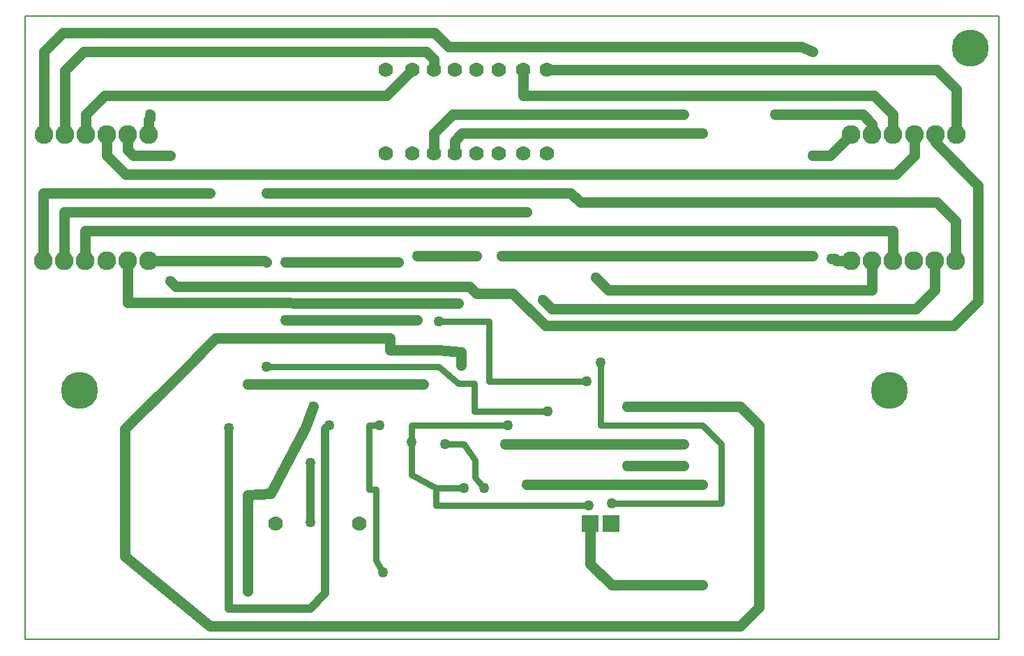
<source format=gbr>
G04 PROTEUS GERBER X2 FILE*
%TF.GenerationSoftware,Labcenter,Proteus,8.9-SP0-Build27865*%
%TF.CreationDate,2021-05-25T18:16:11+00:00*%
%TF.FileFunction,Copper,L1,Top*%
%TF.FilePolarity,Positive*%
%TF.Part,Single*%
%TF.SameCoordinates,{8c929804-3c0d-4c6f-a7b4-99d41835b1df}*%
%FSLAX45Y45*%
%MOMM*%
G01*
%TA.AperFunction,Conductor*%
%ADD10C,1.270000*%
%ADD11C,0.762000*%
%ADD12C,1.016000*%
%TA.AperFunction,ViaPad*%
%ADD13C,1.270000*%
%TA.AperFunction,ComponentPad*%
%ADD14C,1.778000*%
%ADD15R,2.032000X2.032000*%
%TA.AperFunction,ComponentPad*%
%ADD16C,2.286000*%
%TA.AperFunction,OtherPad,Unknown*%
%ADD17C,4.500000*%
%TA.AperFunction,Profile*%
%ADD18C,0.203200*%
%TD.AperFunction*%
D10*
X-3020144Y+1510104D02*
X-5153744Y+1510104D01*
X-3020144Y+5777304D02*
X-5941444Y+5777304D01*
X-6030344Y+5688404D01*
X-6030344Y+5533104D01*
X-3248744Y+2005404D02*
X-5420444Y+2005404D01*
X-3248744Y+6005904D02*
X-6051744Y+6005904D01*
X-6280344Y+5777304D01*
X-6280344Y+5533104D01*
X-5763344Y+4291404D02*
X-6487244Y+4291404D01*
X-8087444Y+4215204D02*
X-6715844Y+4215204D01*
X-8544644Y+2729304D02*
X-6411044Y+2729304D01*
X-1686644Y+5510604D02*
X-1468844Y+5510604D01*
X-1215344Y+5764104D01*
X-1686644Y+4291404D02*
X-5458544Y+4291404D01*
X-4963244Y+4596204D02*
X-10510344Y+4596204D01*
X-10510344Y+4234104D01*
X-4963244Y+4596204D02*
X-710344Y+4596204D01*
X-710344Y+4234104D01*
X-4963244Y+3758004D02*
X-4848944Y+3643704D01*
X-428944Y+3643704D01*
X-200344Y+3872304D01*
X-200344Y+4234104D01*
X-3934544Y+4939104D02*
X-173944Y+4939104D01*
X+54656Y+4710504D01*
X+54656Y+4234104D01*
X-4506044Y+4939104D02*
X-4620344Y+5053404D01*
X-8316044Y+5053404D01*
X-8316044Y+4215204D02*
X-8334944Y+4234104D01*
X-9745344Y+4234104D01*
X-4506044Y+4939104D02*
X-3934544Y+4939104D01*
X-6334844Y+5282004D02*
X-10021744Y+5282004D01*
X-10250344Y+5510604D01*
X-10250344Y+5764104D01*
X-6030044Y+5282004D02*
X-6334844Y+5282004D01*
X-6030044Y+5282004D02*
X-678944Y+5282004D01*
X-450344Y+5510604D01*
X-450344Y+5764104D01*
X-4315544Y+4024704D02*
X-4163144Y+3872304D01*
X-965344Y+3872304D01*
X-965344Y+4234104D01*
X-6030044Y+4824804D02*
X-5153744Y+4824804D01*
X-6030044Y+4824804D02*
X-10765344Y+4824804D01*
X-10765344Y+4234104D01*
X-9725744Y+6005904D02*
X-9725744Y+5957004D01*
X-9740344Y+5942404D01*
X-9740344Y+5764104D01*
X-10505344Y+5764104D02*
X-10505344Y+6005904D01*
X-10276744Y+6234504D01*
X-6854944Y+6234504D01*
X-6540344Y+6549104D01*
X-10760344Y+5764104D02*
X-10760344Y+6539304D01*
X-10531744Y+6767904D01*
X-6369244Y+6767904D01*
X-6280344Y+6679004D01*
X-6280344Y+6549104D01*
X-9001844Y+5053404D02*
X-11020344Y+5053404D01*
X-11020344Y+4234104D01*
X+59656Y+5764104D02*
X+59656Y+6310704D01*
X-178744Y+6549104D01*
X-4910344Y+6549104D01*
X-705344Y+5764104D02*
X-705344Y+6005904D01*
X-933944Y+6234504D01*
X-5200344Y+6234504D01*
X-5200344Y+6549104D01*
X-2143844Y+6005904D02*
X-1074644Y+6005904D01*
X-960344Y+5891604D01*
X-960344Y+5764104D01*
D11*
X-6220544Y+3491304D02*
X-5610344Y+3489404D01*
X-5610344Y+2769404D01*
X-4429844Y+2767404D01*
D10*
X-10030544Y+2189404D02*
X-10030427Y+2189521D01*
X-10030544Y+639404D01*
X-9001844Y-204396D01*
X-2562944Y-204396D01*
X-2334344Y+24204D01*
X-2334344Y+2234004D01*
X-2562944Y+2462604D01*
X-3934544Y+2462604D01*
X-9480344Y+5509404D02*
X-9931844Y+5510604D01*
X-9995344Y+5574104D01*
X-9995344Y+5764104D01*
X-5980344Y+3709404D02*
X-10000344Y+3719404D01*
X-10000344Y+4234104D01*
X-5953844Y+2957904D02*
X-5953844Y+3123004D01*
X-6220344Y+3149404D01*
X-6810353Y+3149404D01*
X-6810346Y+3289404D01*
X-8930544Y+3289404D01*
X-9350573Y+2859850D01*
X-10030427Y+2189521D01*
D11*
X-4125044Y+1281504D02*
X-2791544Y+1281504D01*
X-2791544Y+2005404D01*
X-3020144Y+2234004D01*
X-4260344Y+2229404D01*
X-4260344Y+2996004D01*
D12*
X-7554044Y+2234004D02*
X-7600344Y+2187704D01*
X-7600344Y+187454D01*
X-7782644Y+5154D01*
X-8773244Y+5154D01*
X-8773244Y+2195904D01*
X-7782644Y+1052904D02*
X-7782644Y+1776804D01*
D10*
X-5664844Y+3834204D02*
X-5763344Y+3834204D01*
X-5848544Y+3919404D01*
X-9413144Y+3919404D01*
X-9480344Y+3986604D01*
X-5664844Y+3834204D02*
X-5319565Y+3834204D01*
X-4929080Y+3443719D01*
X+26158Y+3443719D01*
X+57287Y+3474848D01*
X+324656Y+3742217D01*
X+324656Y+5145899D01*
X-195344Y+5665899D01*
X-195344Y+5764104D01*
D11*
X-8316044Y+2939404D02*
X-6219565Y+2939404D01*
X-5980344Y+2739404D01*
X-5790344Y+2739404D01*
X-5790344Y+2399404D01*
X-4900344Y+2399404D01*
X-4890344Y+2399404D01*
X-5668988Y+1467263D02*
X-5730344Y+1539404D01*
X-5780344Y+1599404D01*
X-5780344Y+1809404D01*
X-5915744Y+2005404D01*
X-6144344Y+2005404D01*
D10*
X-8087444Y+3509404D02*
X-6480344Y+3509404D01*
D11*
X-6900344Y+443304D02*
X-6982585Y+588131D01*
X-6980344Y+1449404D01*
X-7070344Y+1449404D01*
X-7070344Y+2234004D01*
X-6944444Y+2234004D01*
D10*
X-7744544Y+2462604D02*
X-7840344Y+2209404D01*
X-8260344Y+1399404D01*
X-8544644Y+1389404D01*
X-8544644Y+214704D01*
X-3248744Y+1738704D02*
X-3934544Y+1738704D01*
X-4380344Y+1037604D02*
X-4380344Y+546204D01*
X-4125044Y+290904D01*
X-3020144Y+290904D01*
D11*
X-6550344Y+2029404D02*
X-6550344Y+2228868D01*
X-6545208Y+2234004D01*
X-5382344Y+2234004D01*
X-6258644Y+1472004D02*
X-6258644Y+1260790D01*
X-6257258Y+1259404D01*
X-5915744Y+1472004D02*
X-6258644Y+1472004D01*
X-6550344Y+1629404D01*
X-6550344Y+2029404D01*
X-4400344Y+1259404D02*
X-6257258Y+1259404D01*
D10*
X-1686644Y+6770000D02*
X-1818804Y+6826244D01*
X-6099740Y+6826244D01*
X-6270000Y+6996504D01*
X-10786744Y+6996504D01*
X-11015344Y+6767904D01*
X-11015344Y+5764104D01*
X-1220344Y+4234104D02*
X-1394544Y+4234104D01*
X-1413744Y+4253304D01*
X-1458044Y+4253304D01*
D13*
X-5153744Y+1510104D03*
X-3020144Y+1510104D03*
X-3020144Y+5777304D03*
X-5420444Y+2005404D03*
X-3248744Y+2005404D03*
X-3248744Y+6005904D03*
X-6487244Y+4291404D03*
X-5763344Y+4291404D03*
X-6715844Y+4215204D03*
X-8087444Y+4215204D03*
X-6411044Y+2729304D03*
X-8544644Y+2729304D03*
X-5458544Y+4291404D03*
X-1686644Y+4291404D03*
X-4963244Y+4596204D03*
X-3934544Y+4939104D03*
X-8316044Y+5053404D03*
X-8316044Y+4215204D03*
X-6334844Y+5282004D03*
X-4315544Y+4024704D03*
X-5153744Y+4824804D03*
X-6030044Y+4824804D03*
X-9725744Y+6005904D03*
X-9001844Y+5053404D03*
X-2143844Y+6005904D03*
X-6220544Y+3491304D03*
X-4429844Y+2767404D03*
X-3934544Y+2462604D03*
X-9480344Y+3986604D03*
X-9480344Y+5509404D03*
X-4963244Y+3758004D03*
X-5980344Y+3709404D03*
X-5953844Y+2957904D03*
X-4125044Y+1281504D03*
X-4260344Y+2996004D03*
X-7554044Y+2234004D03*
X-8773244Y+2195904D03*
X-7782644Y+1052904D03*
X-7782644Y+1776804D03*
X-5664844Y+3834204D03*
X-8316044Y+2939404D03*
X-4900344Y+2399404D03*
X-5668988Y+1467263D03*
X-6144344Y+2005404D03*
X-5915744Y+1472004D03*
X-6550344Y+2029404D03*
X-8087444Y+3509404D03*
X-6480344Y+3509404D03*
X-6900344Y+443304D03*
X-6944444Y+2234004D03*
X-4400344Y+1259404D03*
X-5382344Y+2234004D03*
X-7744544Y+2462604D03*
X-8544644Y+214704D03*
X-3248744Y+1738704D03*
X-3934544Y+1738704D03*
X-3020144Y+290904D03*
X-1686644Y+5510604D03*
X-1686644Y+6770000D03*
X-1458044Y+4253304D03*
D14*
X-6860344Y+6549104D03*
X-6860344Y+5533104D03*
X-6540344Y+6549104D03*
X-6540344Y+5533104D03*
X-6280344Y+6549104D03*
X-6280344Y+5533104D03*
X-6030344Y+6549104D03*
X-6030344Y+5533104D03*
X-5760344Y+6549104D03*
X-5760344Y+5533104D03*
X-5490344Y+6549104D03*
X-5490344Y+5533104D03*
X-5200344Y+6549104D03*
X-5200344Y+5533104D03*
X-4910344Y+6549104D03*
X-4910344Y+5533104D03*
X-7190344Y+1037604D03*
X-8206344Y+1037604D03*
D15*
X-4380344Y+1037604D03*
X-4126344Y+1037604D03*
D16*
X-9745344Y+4234104D03*
X-10000344Y+4234104D03*
X-10255344Y+4234104D03*
X-10510344Y+4234104D03*
X-10765344Y+4234104D03*
X-11020344Y+4234104D03*
X-11015344Y+5764104D03*
X-10760344Y+5764104D03*
X-10505344Y+5764104D03*
X-10250344Y+5764104D03*
X-9995344Y+5764104D03*
X-9740344Y+5764104D03*
X+54656Y+4234104D03*
X-200344Y+4234104D03*
X-455344Y+4234104D03*
X-710344Y+4234104D03*
X-965344Y+4234104D03*
X-1220344Y+4234104D03*
X-1215344Y+5764104D03*
X-960344Y+5764104D03*
X-705344Y+5764104D03*
X-450344Y+5764104D03*
X-195344Y+5764104D03*
X+59656Y+5764104D03*
D17*
X+230000Y+6810000D03*
X-750000Y+2655000D03*
X-10580000Y+2655000D03*
D18*
X-11240344Y-370596D02*
X+579656Y-370596D01*
X+579656Y+7199404D01*
X-11240344Y+7199404D01*
X-11240344Y-370596D01*
M02*

</source>
